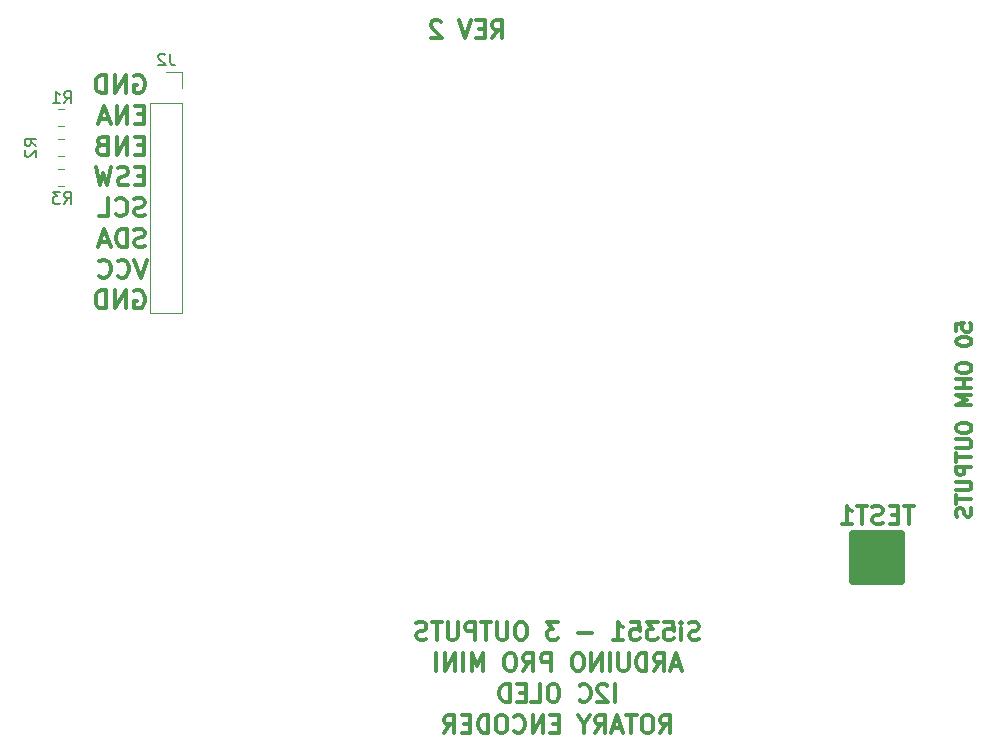
<source format=gbr>
G04 #@! TF.GenerationSoftware,KiCad,Pcbnew,(5.1.5)-3*
G04 #@! TF.CreationDate,2021-07-29T16:56:36-04:00*
G04 #@! TF.ProjectId,VFO-003,56464f2d-3030-4332-9e6b-696361645f70,1*
G04 #@! TF.SameCoordinates,Original*
G04 #@! TF.FileFunction,Legend,Bot*
G04 #@! TF.FilePolarity,Positive*
%FSLAX46Y46*%
G04 Gerber Fmt 4.6, Leading zero omitted, Abs format (unit mm)*
G04 Created by KiCad (PCBNEW (5.1.5)-3) date 2021-07-29 16:56:36*
%MOMM*%
%LPD*%
G04 APERTURE LIST*
%ADD10C,0.375000*%
%ADD11C,0.317500*%
%ADD12C,0.120000*%
%ADD13C,0.650000*%
%ADD14C,0.150000*%
%ADD15C,0.304800*%
G04 APERTURE END LIST*
D10*
X136762857Y-35730571D02*
X137262857Y-35016285D01*
X137620000Y-35730571D02*
X137620000Y-34230571D01*
X137048571Y-34230571D01*
X136905714Y-34302000D01*
X136834285Y-34373428D01*
X136762857Y-34516285D01*
X136762857Y-34730571D01*
X136834285Y-34873428D01*
X136905714Y-34944857D01*
X137048571Y-35016285D01*
X137620000Y-35016285D01*
X136120000Y-34944857D02*
X135620000Y-34944857D01*
X135405714Y-35730571D02*
X136120000Y-35730571D01*
X136120000Y-34230571D01*
X135405714Y-34230571D01*
X134977142Y-34230571D02*
X134477142Y-35730571D01*
X133977142Y-34230571D01*
X132405714Y-34373428D02*
X132334285Y-34302000D01*
X132191428Y-34230571D01*
X131834285Y-34230571D01*
X131691428Y-34302000D01*
X131620000Y-34373428D01*
X131548571Y-34516285D01*
X131548571Y-34659142D01*
X131620000Y-34873428D01*
X132477142Y-35730571D01*
X131548571Y-35730571D01*
D11*
X176054523Y-60520714D02*
X176054523Y-59915952D01*
X176659285Y-59855476D01*
X176598809Y-59915952D01*
X176538333Y-60036904D01*
X176538333Y-60339285D01*
X176598809Y-60460238D01*
X176659285Y-60520714D01*
X176780238Y-60581190D01*
X177082619Y-60581190D01*
X177203571Y-60520714D01*
X177264047Y-60460238D01*
X177324523Y-60339285D01*
X177324523Y-60036904D01*
X177264047Y-59915952D01*
X177203571Y-59855476D01*
X176054523Y-61367380D02*
X176054523Y-61488333D01*
X176115000Y-61609285D01*
X176175476Y-61669761D01*
X176296428Y-61730238D01*
X176538333Y-61790714D01*
X176840714Y-61790714D01*
X177082619Y-61730238D01*
X177203571Y-61669761D01*
X177264047Y-61609285D01*
X177324523Y-61488333D01*
X177324523Y-61367380D01*
X177264047Y-61246428D01*
X177203571Y-61185952D01*
X177082619Y-61125476D01*
X176840714Y-61065000D01*
X176538333Y-61065000D01*
X176296428Y-61125476D01*
X176175476Y-61185952D01*
X176115000Y-61246428D01*
X176054523Y-61367380D01*
X176054523Y-63544523D02*
X176054523Y-63786428D01*
X176115000Y-63907380D01*
X176235952Y-64028333D01*
X176477857Y-64088809D01*
X176901190Y-64088809D01*
X177143095Y-64028333D01*
X177264047Y-63907380D01*
X177324523Y-63786428D01*
X177324523Y-63544523D01*
X177264047Y-63423571D01*
X177143095Y-63302619D01*
X176901190Y-63242142D01*
X176477857Y-63242142D01*
X176235952Y-63302619D01*
X176115000Y-63423571D01*
X176054523Y-63544523D01*
X177324523Y-64633095D02*
X176054523Y-64633095D01*
X176659285Y-64633095D02*
X176659285Y-65358809D01*
X177324523Y-65358809D02*
X176054523Y-65358809D01*
X177324523Y-65963571D02*
X176054523Y-65963571D01*
X176961666Y-66386904D01*
X176054523Y-66810238D01*
X177324523Y-66810238D01*
X176054523Y-68624523D02*
X176054523Y-68866428D01*
X176115000Y-68987380D01*
X176235952Y-69108333D01*
X176477857Y-69168809D01*
X176901190Y-69168809D01*
X177143095Y-69108333D01*
X177264047Y-68987380D01*
X177324523Y-68866428D01*
X177324523Y-68624523D01*
X177264047Y-68503571D01*
X177143095Y-68382619D01*
X176901190Y-68322142D01*
X176477857Y-68322142D01*
X176235952Y-68382619D01*
X176115000Y-68503571D01*
X176054523Y-68624523D01*
X176054523Y-69713095D02*
X177082619Y-69713095D01*
X177203571Y-69773571D01*
X177264047Y-69834047D01*
X177324523Y-69955000D01*
X177324523Y-70196904D01*
X177264047Y-70317857D01*
X177203571Y-70378333D01*
X177082619Y-70438809D01*
X176054523Y-70438809D01*
X176054523Y-70862142D02*
X176054523Y-71587857D01*
X177324523Y-71225000D02*
X176054523Y-71225000D01*
X177324523Y-72011190D02*
X176054523Y-72011190D01*
X176054523Y-72495000D01*
X176115000Y-72615952D01*
X176175476Y-72676428D01*
X176296428Y-72736904D01*
X176477857Y-72736904D01*
X176598809Y-72676428D01*
X176659285Y-72615952D01*
X176719761Y-72495000D01*
X176719761Y-72011190D01*
X176054523Y-73281190D02*
X177082619Y-73281190D01*
X177203571Y-73341666D01*
X177264047Y-73402142D01*
X177324523Y-73523095D01*
X177324523Y-73765000D01*
X177264047Y-73885952D01*
X177203571Y-73946428D01*
X177082619Y-74006904D01*
X176054523Y-74006904D01*
X176054523Y-74430238D02*
X176054523Y-75155952D01*
X177324523Y-74793095D02*
X176054523Y-74793095D01*
X177264047Y-75518809D02*
X177324523Y-75700238D01*
X177324523Y-76002619D01*
X177264047Y-76123571D01*
X177203571Y-76184047D01*
X177082619Y-76244523D01*
X176961666Y-76244523D01*
X176840714Y-76184047D01*
X176780238Y-76123571D01*
X176719761Y-76002619D01*
X176659285Y-75760714D01*
X176598809Y-75639761D01*
X176538333Y-75579285D01*
X176417380Y-75518809D01*
X176296428Y-75518809D01*
X176175476Y-75579285D01*
X176115000Y-75639761D01*
X176054523Y-75760714D01*
X176054523Y-76063095D01*
X176115000Y-76244523D01*
X106463777Y-38945750D02*
X106613758Y-38873178D01*
X106838729Y-38873178D01*
X107063701Y-38945750D01*
X107213682Y-39090892D01*
X107288672Y-39236035D01*
X107363663Y-39526321D01*
X107363663Y-39744035D01*
X107288672Y-40034321D01*
X107213682Y-40179464D01*
X107063701Y-40324607D01*
X106838729Y-40397178D01*
X106688748Y-40397178D01*
X106463777Y-40324607D01*
X106388786Y-40252035D01*
X106388786Y-39744035D01*
X106688748Y-39744035D01*
X105713872Y-40397178D02*
X105713872Y-38873178D01*
X104813986Y-40397178D01*
X104813986Y-38873178D01*
X104064082Y-40397178D02*
X104064082Y-38873178D01*
X103689129Y-38873178D01*
X103464158Y-38945750D01*
X103314177Y-39090892D01*
X103239186Y-39236035D01*
X103164196Y-39526321D01*
X103164196Y-39744035D01*
X103239186Y-40034321D01*
X103314177Y-40179464D01*
X103464158Y-40324607D01*
X103689129Y-40397178D01*
X104064082Y-40397178D01*
X107288672Y-42202392D02*
X106763739Y-42202392D01*
X106538767Y-43000678D02*
X107288672Y-43000678D01*
X107288672Y-41476678D01*
X106538767Y-41476678D01*
X105863853Y-43000678D02*
X105863853Y-41476678D01*
X104963967Y-43000678D01*
X104963967Y-41476678D01*
X104289053Y-42565250D02*
X103539148Y-42565250D01*
X104439034Y-43000678D02*
X103914101Y-41476678D01*
X103389167Y-43000678D01*
X107288672Y-44805892D02*
X106763739Y-44805892D01*
X106538767Y-45604178D02*
X107288672Y-45604178D01*
X107288672Y-44080178D01*
X106538767Y-44080178D01*
X105863853Y-45604178D02*
X105863853Y-44080178D01*
X104963967Y-45604178D01*
X104963967Y-44080178D01*
X103689129Y-44805892D02*
X103464158Y-44878464D01*
X103389167Y-44951035D01*
X103314177Y-45096178D01*
X103314177Y-45313892D01*
X103389167Y-45459035D01*
X103464158Y-45531607D01*
X103614139Y-45604178D01*
X104214063Y-45604178D01*
X104214063Y-44080178D01*
X103689129Y-44080178D01*
X103539148Y-44152750D01*
X103464158Y-44225321D01*
X103389167Y-44370464D01*
X103389167Y-44515607D01*
X103464158Y-44660750D01*
X103539148Y-44733321D01*
X103689129Y-44805892D01*
X104214063Y-44805892D01*
X107288672Y-47409392D02*
X106763739Y-47409392D01*
X106538767Y-48207678D02*
X107288672Y-48207678D01*
X107288672Y-46683678D01*
X106538767Y-46683678D01*
X105938844Y-48135107D02*
X105713872Y-48207678D01*
X105338920Y-48207678D01*
X105188939Y-48135107D01*
X105113948Y-48062535D01*
X105038958Y-47917392D01*
X105038958Y-47772250D01*
X105113948Y-47627107D01*
X105188939Y-47554535D01*
X105338920Y-47481964D01*
X105638882Y-47409392D01*
X105788863Y-47336821D01*
X105863853Y-47264250D01*
X105938844Y-47119107D01*
X105938844Y-46973964D01*
X105863853Y-46828821D01*
X105788863Y-46756250D01*
X105638882Y-46683678D01*
X105263929Y-46683678D01*
X105038958Y-46756250D01*
X104514025Y-46683678D02*
X104139072Y-48207678D01*
X103839110Y-47119107D01*
X103539148Y-48207678D01*
X103164196Y-46683678D01*
X107363663Y-50738607D02*
X107138691Y-50811178D01*
X106763739Y-50811178D01*
X106613758Y-50738607D01*
X106538767Y-50666035D01*
X106463777Y-50520892D01*
X106463777Y-50375750D01*
X106538767Y-50230607D01*
X106613758Y-50158035D01*
X106763739Y-50085464D01*
X107063701Y-50012892D01*
X107213682Y-49940321D01*
X107288672Y-49867750D01*
X107363663Y-49722607D01*
X107363663Y-49577464D01*
X107288672Y-49432321D01*
X107213682Y-49359750D01*
X107063701Y-49287178D01*
X106688748Y-49287178D01*
X106463777Y-49359750D01*
X104888977Y-50666035D02*
X104963967Y-50738607D01*
X105188939Y-50811178D01*
X105338920Y-50811178D01*
X105563891Y-50738607D01*
X105713872Y-50593464D01*
X105788863Y-50448321D01*
X105863853Y-50158035D01*
X105863853Y-49940321D01*
X105788863Y-49650035D01*
X105713872Y-49504892D01*
X105563891Y-49359750D01*
X105338920Y-49287178D01*
X105188939Y-49287178D01*
X104963967Y-49359750D01*
X104888977Y-49432321D01*
X103464158Y-50811178D02*
X104214063Y-50811178D01*
X104214063Y-49287178D01*
X107363663Y-53342107D02*
X107138691Y-53414678D01*
X106763739Y-53414678D01*
X106613758Y-53342107D01*
X106538767Y-53269535D01*
X106463777Y-53124392D01*
X106463777Y-52979250D01*
X106538767Y-52834107D01*
X106613758Y-52761535D01*
X106763739Y-52688964D01*
X107063701Y-52616392D01*
X107213682Y-52543821D01*
X107288672Y-52471250D01*
X107363663Y-52326107D01*
X107363663Y-52180964D01*
X107288672Y-52035821D01*
X107213682Y-51963250D01*
X107063701Y-51890678D01*
X106688748Y-51890678D01*
X106463777Y-51963250D01*
X105788863Y-53414678D02*
X105788863Y-51890678D01*
X105413910Y-51890678D01*
X105188939Y-51963250D01*
X105038958Y-52108392D01*
X104963967Y-52253535D01*
X104888977Y-52543821D01*
X104888977Y-52761535D01*
X104963967Y-53051821D01*
X105038958Y-53196964D01*
X105188939Y-53342107D01*
X105413910Y-53414678D01*
X105788863Y-53414678D01*
X104289053Y-52979250D02*
X103539148Y-52979250D01*
X104439034Y-53414678D02*
X103914101Y-51890678D01*
X103389167Y-53414678D01*
X107513644Y-54494178D02*
X106988710Y-56018178D01*
X106463777Y-54494178D01*
X105038958Y-55873035D02*
X105113948Y-55945607D01*
X105338920Y-56018178D01*
X105488901Y-56018178D01*
X105713872Y-55945607D01*
X105863853Y-55800464D01*
X105938844Y-55655321D01*
X106013834Y-55365035D01*
X106013834Y-55147321D01*
X105938844Y-54857035D01*
X105863853Y-54711892D01*
X105713872Y-54566750D01*
X105488901Y-54494178D01*
X105338920Y-54494178D01*
X105113948Y-54566750D01*
X105038958Y-54639321D01*
X103464158Y-55873035D02*
X103539148Y-55945607D01*
X103764120Y-56018178D01*
X103914101Y-56018178D01*
X104139072Y-55945607D01*
X104289053Y-55800464D01*
X104364044Y-55655321D01*
X104439034Y-55365035D01*
X104439034Y-55147321D01*
X104364044Y-54857035D01*
X104289053Y-54711892D01*
X104139072Y-54566750D01*
X103914101Y-54494178D01*
X103764120Y-54494178D01*
X103539148Y-54566750D01*
X103464158Y-54639321D01*
X106463777Y-57170250D02*
X106613758Y-57097678D01*
X106838729Y-57097678D01*
X107063701Y-57170250D01*
X107213682Y-57315392D01*
X107288672Y-57460535D01*
X107363663Y-57750821D01*
X107363663Y-57968535D01*
X107288672Y-58258821D01*
X107213682Y-58403964D01*
X107063701Y-58549107D01*
X106838729Y-58621678D01*
X106688748Y-58621678D01*
X106463777Y-58549107D01*
X106388786Y-58476535D01*
X106388786Y-57968535D01*
X106688748Y-57968535D01*
X105713872Y-58621678D02*
X105713872Y-57097678D01*
X104813986Y-58621678D01*
X104813986Y-57097678D01*
X104064082Y-58621678D02*
X104064082Y-57097678D01*
X103689129Y-57097678D01*
X103464158Y-57170250D01*
X103314177Y-57315392D01*
X103239186Y-57460535D01*
X103164196Y-57750821D01*
X103164196Y-57968535D01*
X103239186Y-58258821D01*
X103314177Y-58403964D01*
X103464158Y-58549107D01*
X103689129Y-58621678D01*
X104064082Y-58621678D01*
D10*
X154255085Y-86611042D02*
X154040800Y-86682471D01*
X153683657Y-86682471D01*
X153540800Y-86611042D01*
X153469371Y-86539614D01*
X153397942Y-86396757D01*
X153397942Y-86253900D01*
X153469371Y-86111042D01*
X153540800Y-86039614D01*
X153683657Y-85968185D01*
X153969371Y-85896757D01*
X154112228Y-85825328D01*
X154183657Y-85753900D01*
X154255085Y-85611042D01*
X154255085Y-85468185D01*
X154183657Y-85325328D01*
X154112228Y-85253900D01*
X153969371Y-85182471D01*
X153612228Y-85182471D01*
X153397942Y-85253900D01*
X152755085Y-86682471D02*
X152755085Y-85682471D01*
X152755085Y-85182471D02*
X152826514Y-85253900D01*
X152755085Y-85325328D01*
X152683657Y-85253900D01*
X152755085Y-85182471D01*
X152755085Y-85325328D01*
X151326514Y-85182471D02*
X152040800Y-85182471D01*
X152112228Y-85896757D01*
X152040800Y-85825328D01*
X151897942Y-85753900D01*
X151540800Y-85753900D01*
X151397942Y-85825328D01*
X151326514Y-85896757D01*
X151255085Y-86039614D01*
X151255085Y-86396757D01*
X151326514Y-86539614D01*
X151397942Y-86611042D01*
X151540800Y-86682471D01*
X151897942Y-86682471D01*
X152040800Y-86611042D01*
X152112228Y-86539614D01*
X150755085Y-85182471D02*
X149826514Y-85182471D01*
X150326514Y-85753900D01*
X150112228Y-85753900D01*
X149969371Y-85825328D01*
X149897942Y-85896757D01*
X149826514Y-86039614D01*
X149826514Y-86396757D01*
X149897942Y-86539614D01*
X149969371Y-86611042D01*
X150112228Y-86682471D01*
X150540800Y-86682471D01*
X150683657Y-86611042D01*
X150755085Y-86539614D01*
X148469371Y-85182471D02*
X149183657Y-85182471D01*
X149255085Y-85896757D01*
X149183657Y-85825328D01*
X149040800Y-85753900D01*
X148683657Y-85753900D01*
X148540800Y-85825328D01*
X148469371Y-85896757D01*
X148397942Y-86039614D01*
X148397942Y-86396757D01*
X148469371Y-86539614D01*
X148540800Y-86611042D01*
X148683657Y-86682471D01*
X149040800Y-86682471D01*
X149183657Y-86611042D01*
X149255085Y-86539614D01*
X146969371Y-86682471D02*
X147826514Y-86682471D01*
X147397942Y-86682471D02*
X147397942Y-85182471D01*
X147540800Y-85396757D01*
X147683657Y-85539614D01*
X147826514Y-85611042D01*
X145183657Y-86111042D02*
X144040800Y-86111042D01*
X142326514Y-85182471D02*
X141397942Y-85182471D01*
X141897942Y-85753900D01*
X141683657Y-85753900D01*
X141540800Y-85825328D01*
X141469371Y-85896757D01*
X141397942Y-86039614D01*
X141397942Y-86396757D01*
X141469371Y-86539614D01*
X141540800Y-86611042D01*
X141683657Y-86682471D01*
X142112228Y-86682471D01*
X142255085Y-86611042D01*
X142326514Y-86539614D01*
X139326514Y-85182471D02*
X139040800Y-85182471D01*
X138897942Y-85253900D01*
X138755085Y-85396757D01*
X138683657Y-85682471D01*
X138683657Y-86182471D01*
X138755085Y-86468185D01*
X138897942Y-86611042D01*
X139040800Y-86682471D01*
X139326514Y-86682471D01*
X139469371Y-86611042D01*
X139612228Y-86468185D01*
X139683657Y-86182471D01*
X139683657Y-85682471D01*
X139612228Y-85396757D01*
X139469371Y-85253900D01*
X139326514Y-85182471D01*
X138040800Y-85182471D02*
X138040800Y-86396757D01*
X137969371Y-86539614D01*
X137897942Y-86611042D01*
X137755085Y-86682471D01*
X137469371Y-86682471D01*
X137326514Y-86611042D01*
X137255085Y-86539614D01*
X137183657Y-86396757D01*
X137183657Y-85182471D01*
X136683657Y-85182471D02*
X135826514Y-85182471D01*
X136255085Y-86682471D02*
X136255085Y-85182471D01*
X135326514Y-86682471D02*
X135326514Y-85182471D01*
X134755085Y-85182471D01*
X134612228Y-85253900D01*
X134540800Y-85325328D01*
X134469371Y-85468185D01*
X134469371Y-85682471D01*
X134540800Y-85825328D01*
X134612228Y-85896757D01*
X134755085Y-85968185D01*
X135326514Y-85968185D01*
X133826514Y-85182471D02*
X133826514Y-86396757D01*
X133755085Y-86539614D01*
X133683657Y-86611042D01*
X133540800Y-86682471D01*
X133255085Y-86682471D01*
X133112228Y-86611042D01*
X133040800Y-86539614D01*
X132969371Y-86396757D01*
X132969371Y-85182471D01*
X132469371Y-85182471D02*
X131612228Y-85182471D01*
X132040800Y-86682471D02*
X132040800Y-85182471D01*
X131183657Y-86611042D02*
X130969371Y-86682471D01*
X130612228Y-86682471D01*
X130469371Y-86611042D01*
X130397942Y-86539614D01*
X130326514Y-86396757D01*
X130326514Y-86253900D01*
X130397942Y-86111042D01*
X130469371Y-86039614D01*
X130612228Y-85968185D01*
X130897942Y-85896757D01*
X131040800Y-85825328D01*
X131112228Y-85753900D01*
X131183657Y-85611042D01*
X131183657Y-85468185D01*
X131112228Y-85325328D01*
X131040800Y-85253900D01*
X130897942Y-85182471D01*
X130540800Y-85182471D01*
X130326514Y-85253900D01*
X152647942Y-88878900D02*
X151933657Y-88878900D01*
X152790800Y-89307471D02*
X152290800Y-87807471D01*
X151790800Y-89307471D01*
X150433657Y-89307471D02*
X150933657Y-88593185D01*
X151290800Y-89307471D02*
X151290800Y-87807471D01*
X150719371Y-87807471D01*
X150576514Y-87878900D01*
X150505085Y-87950328D01*
X150433657Y-88093185D01*
X150433657Y-88307471D01*
X150505085Y-88450328D01*
X150576514Y-88521757D01*
X150719371Y-88593185D01*
X151290800Y-88593185D01*
X149790800Y-89307471D02*
X149790800Y-87807471D01*
X149433657Y-87807471D01*
X149219371Y-87878900D01*
X149076514Y-88021757D01*
X149005085Y-88164614D01*
X148933657Y-88450328D01*
X148933657Y-88664614D01*
X149005085Y-88950328D01*
X149076514Y-89093185D01*
X149219371Y-89236042D01*
X149433657Y-89307471D01*
X149790800Y-89307471D01*
X148290800Y-87807471D02*
X148290800Y-89021757D01*
X148219371Y-89164614D01*
X148147942Y-89236042D01*
X148005085Y-89307471D01*
X147719371Y-89307471D01*
X147576514Y-89236042D01*
X147505085Y-89164614D01*
X147433657Y-89021757D01*
X147433657Y-87807471D01*
X146719371Y-89307471D02*
X146719371Y-87807471D01*
X146005085Y-89307471D02*
X146005085Y-87807471D01*
X145147942Y-89307471D01*
X145147942Y-87807471D01*
X144147942Y-87807471D02*
X143862228Y-87807471D01*
X143719371Y-87878900D01*
X143576514Y-88021757D01*
X143505085Y-88307471D01*
X143505085Y-88807471D01*
X143576514Y-89093185D01*
X143719371Y-89236042D01*
X143862228Y-89307471D01*
X144147942Y-89307471D01*
X144290800Y-89236042D01*
X144433657Y-89093185D01*
X144505085Y-88807471D01*
X144505085Y-88307471D01*
X144433657Y-88021757D01*
X144290800Y-87878900D01*
X144147942Y-87807471D01*
X141719371Y-89307471D02*
X141719371Y-87807471D01*
X141147942Y-87807471D01*
X141005085Y-87878900D01*
X140933657Y-87950328D01*
X140862228Y-88093185D01*
X140862228Y-88307471D01*
X140933657Y-88450328D01*
X141005085Y-88521757D01*
X141147942Y-88593185D01*
X141719371Y-88593185D01*
X139362228Y-89307471D02*
X139862228Y-88593185D01*
X140219371Y-89307471D02*
X140219371Y-87807471D01*
X139647942Y-87807471D01*
X139505085Y-87878900D01*
X139433657Y-87950328D01*
X139362228Y-88093185D01*
X139362228Y-88307471D01*
X139433657Y-88450328D01*
X139505085Y-88521757D01*
X139647942Y-88593185D01*
X140219371Y-88593185D01*
X138433657Y-87807471D02*
X138147942Y-87807471D01*
X138005085Y-87878900D01*
X137862228Y-88021757D01*
X137790800Y-88307471D01*
X137790800Y-88807471D01*
X137862228Y-89093185D01*
X138005085Y-89236042D01*
X138147942Y-89307471D01*
X138433657Y-89307471D01*
X138576514Y-89236042D01*
X138719371Y-89093185D01*
X138790800Y-88807471D01*
X138790800Y-88307471D01*
X138719371Y-88021757D01*
X138576514Y-87878900D01*
X138433657Y-87807471D01*
X136005085Y-89307471D02*
X136005085Y-87807471D01*
X135505085Y-88878900D01*
X135005085Y-87807471D01*
X135005085Y-89307471D01*
X134290800Y-89307471D02*
X134290800Y-87807471D01*
X133576514Y-89307471D02*
X133576514Y-87807471D01*
X132719371Y-89307471D01*
X132719371Y-87807471D01*
X132005085Y-89307471D02*
X132005085Y-87807471D01*
X147147942Y-91932471D02*
X147147942Y-90432471D01*
X146505085Y-90575328D02*
X146433657Y-90503900D01*
X146290800Y-90432471D01*
X145933657Y-90432471D01*
X145790800Y-90503900D01*
X145719371Y-90575328D01*
X145647942Y-90718185D01*
X145647942Y-90861042D01*
X145719371Y-91075328D01*
X146576514Y-91932471D01*
X145647942Y-91932471D01*
X144147942Y-91789614D02*
X144219371Y-91861042D01*
X144433657Y-91932471D01*
X144576514Y-91932471D01*
X144790800Y-91861042D01*
X144933657Y-91718185D01*
X145005085Y-91575328D01*
X145076514Y-91289614D01*
X145076514Y-91075328D01*
X145005085Y-90789614D01*
X144933657Y-90646757D01*
X144790800Y-90503900D01*
X144576514Y-90432471D01*
X144433657Y-90432471D01*
X144219371Y-90503900D01*
X144147942Y-90575328D01*
X142076514Y-90432471D02*
X141790800Y-90432471D01*
X141647942Y-90503900D01*
X141505085Y-90646757D01*
X141433657Y-90932471D01*
X141433657Y-91432471D01*
X141505085Y-91718185D01*
X141647942Y-91861042D01*
X141790800Y-91932471D01*
X142076514Y-91932471D01*
X142219371Y-91861042D01*
X142362228Y-91718185D01*
X142433657Y-91432471D01*
X142433657Y-90932471D01*
X142362228Y-90646757D01*
X142219371Y-90503900D01*
X142076514Y-90432471D01*
X140076514Y-91932471D02*
X140790800Y-91932471D01*
X140790800Y-90432471D01*
X139576514Y-91146757D02*
X139076514Y-91146757D01*
X138862228Y-91932471D02*
X139576514Y-91932471D01*
X139576514Y-90432471D01*
X138862228Y-90432471D01*
X138219371Y-91932471D02*
X138219371Y-90432471D01*
X137862228Y-90432471D01*
X137647942Y-90503900D01*
X137505085Y-90646757D01*
X137433657Y-90789614D01*
X137362228Y-91075328D01*
X137362228Y-91289614D01*
X137433657Y-91575328D01*
X137505085Y-91718185D01*
X137647942Y-91861042D01*
X137862228Y-91932471D01*
X138219371Y-91932471D01*
X150969371Y-94557471D02*
X151469371Y-93843185D01*
X151826514Y-94557471D02*
X151826514Y-93057471D01*
X151255085Y-93057471D01*
X151112228Y-93128900D01*
X151040800Y-93200328D01*
X150969371Y-93343185D01*
X150969371Y-93557471D01*
X151040800Y-93700328D01*
X151112228Y-93771757D01*
X151255085Y-93843185D01*
X151826514Y-93843185D01*
X150040800Y-93057471D02*
X149755085Y-93057471D01*
X149612228Y-93128900D01*
X149469371Y-93271757D01*
X149397942Y-93557471D01*
X149397942Y-94057471D01*
X149469371Y-94343185D01*
X149612228Y-94486042D01*
X149755085Y-94557471D01*
X150040800Y-94557471D01*
X150183657Y-94486042D01*
X150326514Y-94343185D01*
X150397942Y-94057471D01*
X150397942Y-93557471D01*
X150326514Y-93271757D01*
X150183657Y-93128900D01*
X150040800Y-93057471D01*
X148969371Y-93057471D02*
X148112228Y-93057471D01*
X148540800Y-94557471D02*
X148540800Y-93057471D01*
X147683657Y-94128900D02*
X146969371Y-94128900D01*
X147826514Y-94557471D02*
X147326514Y-93057471D01*
X146826514Y-94557471D01*
X145469371Y-94557471D02*
X145969371Y-93843185D01*
X146326514Y-94557471D02*
X146326514Y-93057471D01*
X145755085Y-93057471D01*
X145612228Y-93128900D01*
X145540800Y-93200328D01*
X145469371Y-93343185D01*
X145469371Y-93557471D01*
X145540800Y-93700328D01*
X145612228Y-93771757D01*
X145755085Y-93843185D01*
X146326514Y-93843185D01*
X144540800Y-93843185D02*
X144540800Y-94557471D01*
X145040800Y-93057471D02*
X144540800Y-93843185D01*
X144040800Y-93057471D01*
X142397942Y-93771757D02*
X141897942Y-93771757D01*
X141683657Y-94557471D02*
X142397942Y-94557471D01*
X142397942Y-93057471D01*
X141683657Y-93057471D01*
X141040800Y-94557471D02*
X141040800Y-93057471D01*
X140183657Y-94557471D01*
X140183657Y-93057471D01*
X138612228Y-94414614D02*
X138683657Y-94486042D01*
X138897942Y-94557471D01*
X139040800Y-94557471D01*
X139255085Y-94486042D01*
X139397942Y-94343185D01*
X139469371Y-94200328D01*
X139540800Y-93914614D01*
X139540800Y-93700328D01*
X139469371Y-93414614D01*
X139397942Y-93271757D01*
X139255085Y-93128900D01*
X139040800Y-93057471D01*
X138897942Y-93057471D01*
X138683657Y-93128900D01*
X138612228Y-93200328D01*
X137683657Y-93057471D02*
X137397942Y-93057471D01*
X137255085Y-93128900D01*
X137112228Y-93271757D01*
X137040800Y-93557471D01*
X137040800Y-94057471D01*
X137112228Y-94343185D01*
X137255085Y-94486042D01*
X137397942Y-94557471D01*
X137683657Y-94557471D01*
X137826514Y-94486042D01*
X137969371Y-94343185D01*
X138040800Y-94057471D01*
X138040800Y-93557471D01*
X137969371Y-93271757D01*
X137826514Y-93128900D01*
X137683657Y-93057471D01*
X136397942Y-94557471D02*
X136397942Y-93057471D01*
X136040800Y-93057471D01*
X135826514Y-93128900D01*
X135683657Y-93271757D01*
X135612228Y-93414614D01*
X135540800Y-93700328D01*
X135540800Y-93914614D01*
X135612228Y-94200328D01*
X135683657Y-94343185D01*
X135826514Y-94486042D01*
X136040800Y-94557471D01*
X136397942Y-94557471D01*
X134897942Y-93771757D02*
X134397942Y-93771757D01*
X134183657Y-94557471D02*
X134897942Y-94557471D01*
X134897942Y-93057471D01*
X134183657Y-93057471D01*
X132683657Y-94557471D02*
X133183657Y-93843185D01*
X133540800Y-94557471D02*
X133540800Y-93057471D01*
X132969371Y-93057471D01*
X132826514Y-93128900D01*
X132755085Y-93200328D01*
X132683657Y-93343185D01*
X132683657Y-93557471D01*
X132755085Y-93700328D01*
X132826514Y-93771757D01*
X132969371Y-93843185D01*
X133540800Y-93843185D01*
D12*
X110470000Y-38600000D02*
X109140000Y-38600000D01*
X110470000Y-39930000D02*
X110470000Y-38600000D01*
X110470000Y-41200000D02*
X107810000Y-41200000D01*
X107810000Y-41200000D02*
X107810000Y-59040000D01*
X110470000Y-41200000D02*
X110470000Y-59040000D01*
X110470000Y-59040000D02*
X107810000Y-59040000D01*
X99988748Y-44300000D02*
X100511252Y-44300000D01*
X99988748Y-45720000D02*
X100511252Y-45720000D01*
X99988748Y-41760000D02*
X100511252Y-41760000D01*
X99988748Y-43180000D02*
X100511252Y-43180000D01*
X99988748Y-46840000D02*
X100511252Y-46840000D01*
X99988748Y-48260000D02*
X100511252Y-48260000D01*
D13*
X167338000Y-81181000D02*
X171338000Y-81181000D01*
X167338000Y-80681000D02*
X167338000Y-81181000D01*
X171338000Y-80681000D02*
X167338000Y-80681000D01*
X171338000Y-80181000D02*
X171338000Y-80681000D01*
X170838000Y-80181000D02*
X171338000Y-80181000D01*
X167338000Y-80181000D02*
X170838000Y-80181000D01*
X167338000Y-79681000D02*
X167338000Y-80181000D01*
X171338000Y-79681000D02*
X167338000Y-79681000D01*
X171338000Y-79181000D02*
X171338000Y-79681000D01*
X167338000Y-79181000D02*
X171338000Y-79181000D01*
X167338000Y-78681000D02*
X167338000Y-79181000D01*
X171338000Y-78681000D02*
X167338000Y-78681000D01*
X171338000Y-78181000D02*
X171338000Y-78681000D01*
X167338000Y-78181000D02*
X171338000Y-78181000D01*
X167338000Y-77681000D02*
X167338000Y-78181000D01*
X167338000Y-81681000D02*
X167338000Y-77681000D01*
X171338000Y-81681000D02*
X167338000Y-81681000D01*
X171338000Y-77681000D02*
X171338000Y-81681000D01*
X167338000Y-77681000D02*
X171338000Y-77681000D01*
D14*
X109473333Y-37052380D02*
X109473333Y-37766666D01*
X109520952Y-37909523D01*
X109616190Y-38004761D01*
X109759047Y-38052380D01*
X109854285Y-38052380D01*
X109044761Y-37147619D02*
X108997142Y-37100000D01*
X108901904Y-37052380D01*
X108663809Y-37052380D01*
X108568571Y-37100000D01*
X108520952Y-37147619D01*
X108473333Y-37242857D01*
X108473333Y-37338095D01*
X108520952Y-37480952D01*
X109092380Y-38052380D01*
X108473333Y-38052380D01*
X98162380Y-44843333D02*
X97686190Y-44510000D01*
X98162380Y-44271904D02*
X97162380Y-44271904D01*
X97162380Y-44652857D01*
X97210000Y-44748095D01*
X97257619Y-44795714D01*
X97352857Y-44843333D01*
X97495714Y-44843333D01*
X97590952Y-44795714D01*
X97638571Y-44748095D01*
X97686190Y-44652857D01*
X97686190Y-44271904D01*
X97257619Y-45224285D02*
X97210000Y-45271904D01*
X97162380Y-45367142D01*
X97162380Y-45605238D01*
X97210000Y-45700476D01*
X97257619Y-45748095D01*
X97352857Y-45795714D01*
X97448095Y-45795714D01*
X97590952Y-45748095D01*
X98162380Y-45176666D01*
X98162380Y-45795714D01*
X100506666Y-41252380D02*
X100840000Y-40776190D01*
X101078095Y-41252380D02*
X101078095Y-40252380D01*
X100697142Y-40252380D01*
X100601904Y-40300000D01*
X100554285Y-40347619D01*
X100506666Y-40442857D01*
X100506666Y-40585714D01*
X100554285Y-40680952D01*
X100601904Y-40728571D01*
X100697142Y-40776190D01*
X101078095Y-40776190D01*
X99554285Y-41252380D02*
X100125714Y-41252380D01*
X99840000Y-41252380D02*
X99840000Y-40252380D01*
X99935238Y-40395238D01*
X100030476Y-40490476D01*
X100125714Y-40538095D01*
X100506666Y-49752380D02*
X100840000Y-49276190D01*
X101078095Y-49752380D02*
X101078095Y-48752380D01*
X100697142Y-48752380D01*
X100601904Y-48800000D01*
X100554285Y-48847619D01*
X100506666Y-48942857D01*
X100506666Y-49085714D01*
X100554285Y-49180952D01*
X100601904Y-49228571D01*
X100697142Y-49276190D01*
X101078095Y-49276190D01*
X100173333Y-48752380D02*
X99554285Y-48752380D01*
X99887619Y-49133333D01*
X99744761Y-49133333D01*
X99649523Y-49180952D01*
X99601904Y-49228571D01*
X99554285Y-49323809D01*
X99554285Y-49561904D01*
X99601904Y-49657142D01*
X99649523Y-49704761D01*
X99744761Y-49752380D01*
X100030476Y-49752380D01*
X100125714Y-49704761D01*
X100173333Y-49657142D01*
D15*
X172494857Y-75346428D02*
X171624000Y-75346428D01*
X172059428Y-76870428D02*
X172059428Y-75346428D01*
X171116000Y-76072142D02*
X170608000Y-76072142D01*
X170390285Y-76870428D02*
X171116000Y-76870428D01*
X171116000Y-75346428D01*
X170390285Y-75346428D01*
X169809714Y-76797857D02*
X169592000Y-76870428D01*
X169229142Y-76870428D01*
X169084000Y-76797857D01*
X169011428Y-76725285D01*
X168938857Y-76580142D01*
X168938857Y-76435000D01*
X169011428Y-76289857D01*
X169084000Y-76217285D01*
X169229142Y-76144714D01*
X169519428Y-76072142D01*
X169664571Y-75999571D01*
X169737142Y-75927000D01*
X169809714Y-75781857D01*
X169809714Y-75636714D01*
X169737142Y-75491571D01*
X169664571Y-75419000D01*
X169519428Y-75346428D01*
X169156571Y-75346428D01*
X168938857Y-75419000D01*
X168503428Y-75346428D02*
X167632571Y-75346428D01*
X168068000Y-76870428D02*
X168068000Y-75346428D01*
X166326285Y-76870428D02*
X167197142Y-76870428D01*
X166761714Y-76870428D02*
X166761714Y-75346428D01*
X166906857Y-75564142D01*
X167052000Y-75709285D01*
X167197142Y-75781857D01*
M02*

</source>
